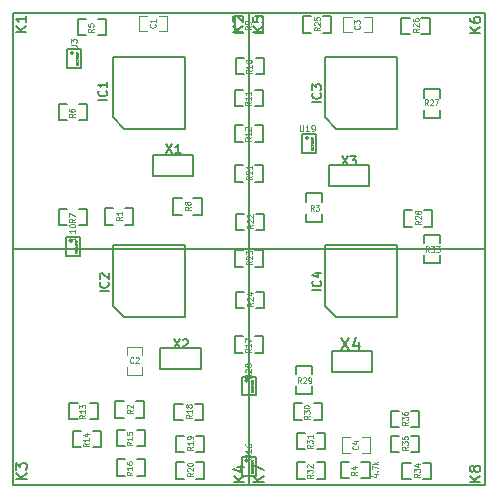
<source format=gto>
G04 (created by PCBNEW (2013-jul-07)-stable) date Tue 29 Nov 2016 11:37:40 AM PST*
%MOIN*%
G04 Gerber Fmt 3.4, Leading zero omitted, Abs format*
%FSLAX34Y34*%
G01*
G70*
G90*
G04 APERTURE LIST*
%ADD10C,0.00590551*%
%ADD11C,0.008*%
%ADD12C,0.0047*%
%ADD13C,0.006*%
%ADD14C,0.005*%
%ADD15C,0.0045*%
%ADD16C,0.004*%
%ADD17C,0.001*%
G04 APERTURE END LIST*
G54D10*
G54D11*
X35266Y-35318D02*
X34916Y-35318D01*
X35266Y-35118D02*
X35066Y-35268D01*
X34916Y-35118D02*
X35116Y-35318D01*
X35066Y-34918D02*
X35050Y-34951D01*
X35033Y-34968D01*
X35000Y-34985D01*
X34983Y-34985D01*
X34950Y-34968D01*
X34933Y-34951D01*
X34916Y-34918D01*
X34916Y-34851D01*
X34933Y-34818D01*
X34950Y-34801D01*
X34983Y-34785D01*
X35000Y-34785D01*
X35033Y-34801D01*
X35050Y-34818D01*
X35066Y-34851D01*
X35066Y-34918D01*
X35083Y-34951D01*
X35100Y-34968D01*
X35133Y-34985D01*
X35200Y-34985D01*
X35233Y-34968D01*
X35250Y-34951D01*
X35266Y-34918D01*
X35266Y-34851D01*
X35250Y-34818D01*
X35233Y-34801D01*
X35200Y-34785D01*
X35133Y-34785D01*
X35100Y-34801D01*
X35083Y-34818D01*
X35066Y-34851D01*
X28046Y-35308D02*
X27696Y-35308D01*
X28046Y-35108D02*
X27846Y-35258D01*
X27696Y-35108D02*
X27896Y-35308D01*
X27696Y-34991D02*
X27696Y-34758D01*
X28046Y-34908D01*
X35276Y-20353D02*
X34926Y-20353D01*
X35276Y-20153D02*
X35076Y-20303D01*
X34926Y-20153D02*
X35126Y-20353D01*
X34926Y-19853D02*
X34926Y-19920D01*
X34943Y-19953D01*
X34960Y-19970D01*
X35010Y-20003D01*
X35076Y-20020D01*
X35210Y-20020D01*
X35243Y-20003D01*
X35260Y-19986D01*
X35276Y-19953D01*
X35276Y-19886D01*
X35260Y-19853D01*
X35243Y-19836D01*
X35210Y-19820D01*
X35126Y-19820D01*
X35093Y-19836D01*
X35076Y-19853D01*
X35060Y-19886D01*
X35060Y-19953D01*
X35076Y-19986D01*
X35093Y-20003D01*
X35126Y-20020D01*
X28041Y-20333D02*
X27691Y-20333D01*
X28041Y-20133D02*
X27841Y-20283D01*
X27691Y-20133D02*
X27891Y-20333D01*
X27691Y-19816D02*
X27691Y-19983D01*
X27858Y-20000D01*
X27841Y-19983D01*
X27825Y-19950D01*
X27825Y-19866D01*
X27841Y-19833D01*
X27858Y-19816D01*
X27891Y-19800D01*
X27975Y-19800D01*
X28008Y-19816D01*
X28025Y-19833D01*
X28041Y-19866D01*
X28041Y-19950D01*
X28025Y-19983D01*
X28008Y-20000D01*
X27406Y-35308D02*
X27056Y-35308D01*
X27406Y-35108D02*
X27206Y-35258D01*
X27056Y-35108D02*
X27256Y-35308D01*
X27173Y-34808D02*
X27406Y-34808D01*
X27040Y-34891D02*
X27290Y-34975D01*
X27290Y-34758D01*
X20146Y-35238D02*
X19796Y-35238D01*
X20146Y-35038D02*
X19946Y-35188D01*
X19796Y-35038D02*
X19996Y-35238D01*
X19796Y-34921D02*
X19796Y-34705D01*
X19930Y-34821D01*
X19930Y-34771D01*
X19946Y-34738D01*
X19963Y-34721D01*
X19996Y-34705D01*
X20080Y-34705D01*
X20113Y-34721D01*
X20130Y-34738D01*
X20146Y-34771D01*
X20146Y-34871D01*
X20130Y-34905D01*
X20113Y-34921D01*
X27371Y-20318D02*
X27021Y-20318D01*
X27371Y-20118D02*
X27171Y-20268D01*
X27021Y-20118D02*
X27221Y-20318D01*
X27055Y-19985D02*
X27038Y-19968D01*
X27021Y-19935D01*
X27021Y-19851D01*
X27038Y-19818D01*
X27055Y-19801D01*
X27088Y-19785D01*
X27121Y-19785D01*
X27171Y-19801D01*
X27371Y-20001D01*
X27371Y-19785D01*
X20141Y-20328D02*
X19791Y-20328D01*
X20141Y-20128D02*
X19941Y-20278D01*
X19791Y-20128D02*
X19991Y-20328D01*
X20141Y-19795D02*
X20141Y-19995D01*
X20141Y-19895D02*
X19791Y-19895D01*
X19841Y-19928D01*
X19875Y-19961D01*
X19891Y-19995D01*
G54D12*
X24173Y-19783D02*
X23898Y-19783D01*
X24567Y-19783D02*
X24842Y-19783D01*
X24173Y-20295D02*
X23898Y-20295D01*
X24842Y-20295D02*
X24567Y-20295D01*
X23898Y-20289D02*
X23898Y-19789D01*
X24842Y-19789D02*
X24842Y-20289D01*
G54D11*
X24370Y-24409D02*
X25708Y-24409D01*
X25708Y-24409D02*
X25708Y-25117D01*
X25708Y-25117D02*
X24370Y-25117D01*
X24370Y-25117D02*
X24370Y-24409D01*
X24606Y-30866D02*
X25944Y-30866D01*
X25944Y-30866D02*
X25944Y-31574D01*
X25944Y-31574D02*
X24606Y-31574D01*
X24606Y-31574D02*
X24606Y-30866D01*
X30236Y-24764D02*
X31574Y-24764D01*
X31574Y-24764D02*
X31574Y-25472D01*
X31574Y-25472D02*
X30236Y-25472D01*
X30236Y-25472D02*
X30236Y-24764D01*
X30315Y-30945D02*
X31653Y-30945D01*
X31653Y-30945D02*
X31653Y-31653D01*
X31653Y-31653D02*
X30315Y-31653D01*
X30315Y-31653D02*
X30315Y-30945D01*
G54D12*
X23484Y-31496D02*
X23484Y-31771D01*
X23484Y-31102D02*
X23484Y-30827D01*
X23996Y-31496D02*
X23996Y-31771D01*
X23996Y-30827D02*
X23996Y-31102D01*
X23990Y-31771D02*
X23490Y-31771D01*
X23490Y-30827D02*
X23990Y-30827D01*
G54D13*
X23012Y-23167D02*
X23012Y-21517D01*
X23012Y-21517D02*
X23012Y-21142D01*
X23012Y-21142D02*
X25412Y-21142D01*
X25412Y-21142D02*
X25412Y-23542D01*
X25412Y-23542D02*
X23387Y-23542D01*
X23387Y-23542D02*
X23012Y-23167D01*
X23012Y-29466D02*
X23012Y-27816D01*
X23012Y-27816D02*
X23012Y-27441D01*
X23012Y-27441D02*
X25412Y-27441D01*
X25412Y-27441D02*
X25412Y-29841D01*
X25412Y-29841D02*
X23387Y-29841D01*
X23387Y-29841D02*
X23012Y-29466D01*
X30099Y-23167D02*
X30099Y-21517D01*
X30099Y-21517D02*
X30099Y-21142D01*
X30099Y-21142D02*
X32499Y-21142D01*
X32499Y-21142D02*
X32499Y-23542D01*
X32499Y-23542D02*
X30474Y-23542D01*
X30474Y-23542D02*
X30099Y-23167D01*
X30099Y-29466D02*
X30099Y-27816D01*
X30099Y-27816D02*
X30099Y-27441D01*
X30099Y-27441D02*
X32499Y-27441D01*
X32499Y-27441D02*
X32499Y-29841D01*
X32499Y-29841D02*
X30474Y-29841D01*
X30474Y-29841D02*
X30099Y-29466D01*
G54D12*
X30984Y-19822D02*
X30709Y-19822D01*
X31378Y-19822D02*
X31653Y-19822D01*
X30984Y-20334D02*
X30709Y-20334D01*
X31653Y-20334D02*
X31378Y-20334D01*
X30709Y-20328D02*
X30709Y-19828D01*
X31653Y-19828D02*
X31653Y-20328D01*
X31319Y-34350D02*
X31594Y-34350D01*
X30925Y-34350D02*
X30650Y-34350D01*
X31319Y-33838D02*
X31594Y-33838D01*
X30650Y-33838D02*
X30925Y-33838D01*
X31594Y-33844D02*
X31594Y-34344D01*
X30650Y-34344D02*
X30650Y-33844D01*
G54D14*
X32558Y-32953D02*
X32280Y-32953D01*
X32280Y-32953D02*
X32280Y-33503D01*
X32280Y-33503D02*
X32558Y-33503D01*
X33230Y-32953D02*
X32952Y-32953D01*
X33230Y-32953D02*
X33230Y-33503D01*
X33230Y-33503D02*
X32952Y-33503D01*
X32558Y-33780D02*
X32280Y-33780D01*
X32280Y-33780D02*
X32280Y-34330D01*
X32280Y-34330D02*
X32558Y-34330D01*
X33230Y-33780D02*
X32952Y-33780D01*
X33230Y-33780D02*
X33230Y-34330D01*
X33230Y-34330D02*
X32952Y-34330D01*
X32952Y-34685D02*
X32674Y-34685D01*
X32674Y-34685D02*
X32674Y-35235D01*
X32674Y-35235D02*
X32952Y-35235D01*
X33624Y-34685D02*
X33346Y-34685D01*
X33624Y-34685D02*
X33624Y-35235D01*
X33624Y-35235D02*
X33346Y-35235D01*
X33936Y-27362D02*
X33936Y-27084D01*
X33936Y-27084D02*
X33386Y-27084D01*
X33386Y-27084D02*
X33386Y-27362D01*
X33936Y-28034D02*
X33936Y-27756D01*
X33936Y-28034D02*
X33386Y-28034D01*
X33386Y-28034D02*
X33386Y-27756D01*
X29822Y-35215D02*
X30100Y-35215D01*
X30100Y-35215D02*
X30100Y-34665D01*
X30100Y-34665D02*
X29822Y-34665D01*
X29150Y-35215D02*
X29428Y-35215D01*
X29150Y-35215D02*
X29150Y-34665D01*
X29150Y-34665D02*
X29428Y-34665D01*
X29822Y-34231D02*
X30100Y-34231D01*
X30100Y-34231D02*
X30100Y-33681D01*
X30100Y-33681D02*
X29822Y-33681D01*
X29150Y-34231D02*
X29428Y-34231D01*
X29150Y-34231D02*
X29150Y-33681D01*
X29150Y-33681D02*
X29428Y-33681D01*
X29724Y-33247D02*
X30002Y-33247D01*
X30002Y-33247D02*
X30002Y-32697D01*
X30002Y-32697D02*
X29724Y-32697D01*
X29052Y-33247D02*
X29330Y-33247D01*
X29052Y-33247D02*
X29052Y-32697D01*
X29052Y-32697D02*
X29330Y-32697D01*
X29664Y-31732D02*
X29664Y-31454D01*
X29664Y-31454D02*
X29114Y-31454D01*
X29114Y-31454D02*
X29114Y-31732D01*
X29664Y-32404D02*
X29664Y-32126D01*
X29664Y-32404D02*
X29114Y-32404D01*
X29114Y-32404D02*
X29114Y-32126D01*
X32991Y-26260D02*
X32713Y-26260D01*
X32713Y-26260D02*
X32713Y-26810D01*
X32713Y-26810D02*
X32991Y-26810D01*
X33663Y-26260D02*
X33385Y-26260D01*
X33663Y-26260D02*
X33663Y-26810D01*
X33663Y-26810D02*
X33385Y-26810D01*
X33386Y-22913D02*
X33386Y-23191D01*
X33386Y-23191D02*
X33936Y-23191D01*
X33936Y-23191D02*
X33936Y-22913D01*
X33386Y-22241D02*
X33386Y-22519D01*
X33386Y-22241D02*
X33936Y-22241D01*
X33936Y-22241D02*
X33936Y-22519D01*
X32913Y-19843D02*
X32635Y-19843D01*
X32635Y-19843D02*
X32635Y-20393D01*
X32635Y-20393D02*
X32913Y-20393D01*
X33585Y-19843D02*
X33307Y-19843D01*
X33585Y-19843D02*
X33585Y-20393D01*
X33585Y-20393D02*
X33307Y-20393D01*
X29625Y-19803D02*
X29347Y-19803D01*
X29347Y-19803D02*
X29347Y-20353D01*
X29347Y-20353D02*
X29625Y-20353D01*
X30297Y-19803D02*
X30019Y-19803D01*
X30297Y-19803D02*
X30297Y-20353D01*
X30297Y-20353D02*
X30019Y-20353D01*
X27401Y-28976D02*
X27123Y-28976D01*
X27123Y-28976D02*
X27123Y-29526D01*
X27123Y-29526D02*
X27401Y-29526D01*
X28073Y-28976D02*
X27795Y-28976D01*
X28073Y-28976D02*
X28073Y-29526D01*
X28073Y-29526D02*
X27795Y-29526D01*
X27362Y-27599D02*
X27084Y-27599D01*
X27084Y-27599D02*
X27084Y-28149D01*
X27084Y-28149D02*
X27362Y-28149D01*
X28034Y-27599D02*
X27756Y-27599D01*
X28034Y-27599D02*
X28034Y-28149D01*
X28034Y-28149D02*
X27756Y-28149D01*
X27401Y-26378D02*
X27123Y-26378D01*
X27123Y-26378D02*
X27123Y-26928D01*
X27123Y-26928D02*
X27401Y-26928D01*
X28073Y-26378D02*
X27795Y-26378D01*
X28073Y-26378D02*
X28073Y-26928D01*
X28073Y-26928D02*
X27795Y-26928D01*
X27362Y-24764D02*
X27084Y-24764D01*
X27084Y-24764D02*
X27084Y-25314D01*
X27084Y-25314D02*
X27362Y-25314D01*
X28034Y-24764D02*
X27756Y-24764D01*
X28034Y-24764D02*
X28034Y-25314D01*
X28034Y-25314D02*
X27756Y-25314D01*
X25393Y-34665D02*
X25115Y-34665D01*
X25115Y-34665D02*
X25115Y-35215D01*
X25115Y-35215D02*
X25393Y-35215D01*
X26065Y-34665D02*
X25787Y-34665D01*
X26065Y-34665D02*
X26065Y-35215D01*
X26065Y-35215D02*
X25787Y-35215D01*
X25393Y-33780D02*
X25115Y-33780D01*
X25115Y-33780D02*
X25115Y-34330D01*
X25115Y-34330D02*
X25393Y-34330D01*
X26065Y-33780D02*
X25787Y-33780D01*
X26065Y-33780D02*
X26065Y-34330D01*
X26065Y-34330D02*
X25787Y-34330D01*
X25354Y-32717D02*
X25076Y-32717D01*
X25076Y-32717D02*
X25076Y-33267D01*
X25076Y-33267D02*
X25354Y-33267D01*
X26026Y-32717D02*
X25748Y-32717D01*
X26026Y-32717D02*
X26026Y-33267D01*
X26026Y-33267D02*
X25748Y-33267D01*
X27756Y-31023D02*
X28034Y-31023D01*
X28034Y-31023D02*
X28034Y-30473D01*
X28034Y-30473D02*
X27756Y-30473D01*
X27084Y-31023D02*
X27362Y-31023D01*
X27084Y-31023D02*
X27084Y-30473D01*
X27084Y-30473D02*
X27362Y-30473D01*
X23819Y-35117D02*
X24097Y-35117D01*
X24097Y-35117D02*
X24097Y-34567D01*
X24097Y-34567D02*
X23819Y-34567D01*
X23147Y-35117D02*
X23425Y-35117D01*
X23147Y-35117D02*
X23147Y-34567D01*
X23147Y-34567D02*
X23425Y-34567D01*
X23819Y-34133D02*
X24097Y-34133D01*
X24097Y-34133D02*
X24097Y-33583D01*
X24097Y-33583D02*
X23819Y-33583D01*
X23147Y-34133D02*
X23425Y-34133D01*
X23147Y-34133D02*
X23147Y-33583D01*
X23147Y-33583D02*
X23425Y-33583D01*
X22362Y-34172D02*
X22640Y-34172D01*
X22640Y-34172D02*
X22640Y-33622D01*
X22640Y-33622D02*
X22362Y-33622D01*
X21690Y-34172D02*
X21968Y-34172D01*
X21690Y-34172D02*
X21690Y-33622D01*
X21690Y-33622D02*
X21968Y-33622D01*
X22244Y-33227D02*
X22522Y-33227D01*
X22522Y-33227D02*
X22522Y-32677D01*
X22522Y-32677D02*
X22244Y-32677D01*
X21572Y-33227D02*
X21850Y-33227D01*
X21572Y-33227D02*
X21572Y-32677D01*
X21572Y-32677D02*
X21850Y-32677D01*
X27756Y-23975D02*
X28034Y-23975D01*
X28034Y-23975D02*
X28034Y-23425D01*
X28034Y-23425D02*
X27756Y-23425D01*
X27084Y-23975D02*
X27362Y-23975D01*
X27084Y-23975D02*
X27084Y-23425D01*
X27084Y-23425D02*
X27362Y-23425D01*
X27756Y-22794D02*
X28034Y-22794D01*
X28034Y-22794D02*
X28034Y-22244D01*
X28034Y-22244D02*
X27756Y-22244D01*
X27084Y-22794D02*
X27362Y-22794D01*
X27084Y-22794D02*
X27084Y-22244D01*
X27084Y-22244D02*
X27362Y-22244D01*
X27795Y-21731D02*
X28073Y-21731D01*
X28073Y-21731D02*
X28073Y-21181D01*
X28073Y-21181D02*
X27795Y-21181D01*
X27123Y-21731D02*
X27401Y-21731D01*
X27123Y-21731D02*
X27123Y-21181D01*
X27123Y-21181D02*
X27401Y-21181D01*
X27756Y-20353D02*
X28034Y-20353D01*
X28034Y-20353D02*
X28034Y-19803D01*
X28034Y-19803D02*
X27756Y-19803D01*
X27084Y-20353D02*
X27362Y-20353D01*
X27084Y-20353D02*
X27084Y-19803D01*
X27084Y-19803D02*
X27362Y-19803D01*
X25314Y-25866D02*
X25036Y-25866D01*
X25036Y-25866D02*
X25036Y-26416D01*
X25036Y-26416D02*
X25314Y-26416D01*
X25986Y-25866D02*
X25708Y-25866D01*
X25986Y-25866D02*
X25986Y-26416D01*
X25986Y-26416D02*
X25708Y-26416D01*
X21889Y-26771D02*
X22167Y-26771D01*
X22167Y-26771D02*
X22167Y-26221D01*
X22167Y-26221D02*
X21889Y-26221D01*
X21217Y-26771D02*
X21495Y-26771D01*
X21217Y-26771D02*
X21217Y-26221D01*
X21217Y-26221D02*
X21495Y-26221D01*
X21889Y-23267D02*
X22167Y-23267D01*
X22167Y-23267D02*
X22167Y-22717D01*
X22167Y-22717D02*
X21889Y-22717D01*
X21217Y-23267D02*
X21495Y-23267D01*
X21217Y-23267D02*
X21217Y-22717D01*
X21217Y-22717D02*
X21495Y-22717D01*
X22519Y-20432D02*
X22797Y-20432D01*
X22797Y-20432D02*
X22797Y-19882D01*
X22797Y-19882D02*
X22519Y-19882D01*
X21847Y-20432D02*
X22125Y-20432D01*
X21847Y-20432D02*
X21847Y-19882D01*
X21847Y-19882D02*
X22125Y-19882D01*
X31299Y-35196D02*
X31577Y-35196D01*
X31577Y-35196D02*
X31577Y-34646D01*
X31577Y-34646D02*
X31299Y-34646D01*
X30627Y-35196D02*
X30905Y-35196D01*
X30627Y-35196D02*
X30627Y-34646D01*
X30627Y-34646D02*
X30905Y-34646D01*
X29999Y-25984D02*
X29999Y-25706D01*
X29999Y-25706D02*
X29449Y-25706D01*
X29449Y-25706D02*
X29449Y-25984D01*
X29999Y-26656D02*
X29999Y-26378D01*
X29999Y-26656D02*
X29449Y-26656D01*
X29449Y-26656D02*
X29449Y-26378D01*
X23385Y-32638D02*
X23107Y-32638D01*
X23107Y-32638D02*
X23107Y-33188D01*
X23107Y-33188D02*
X23385Y-33188D01*
X24057Y-32638D02*
X23779Y-32638D01*
X24057Y-32638D02*
X24057Y-33188D01*
X24057Y-33188D02*
X23779Y-33188D01*
X23031Y-26201D02*
X22753Y-26201D01*
X22753Y-26201D02*
X22753Y-26751D01*
X22753Y-26751D02*
X23031Y-26751D01*
X23703Y-26201D02*
X23425Y-26201D01*
X23703Y-26201D02*
X23703Y-26751D01*
X23703Y-26751D02*
X23425Y-26751D01*
G54D10*
X31496Y-27559D02*
X35433Y-27559D01*
X35433Y-27559D02*
X35433Y-35433D01*
X35433Y-35433D02*
X27559Y-35433D01*
X27559Y-35433D02*
X27559Y-27559D01*
X27559Y-27559D02*
X31692Y-27559D01*
X31496Y-19685D02*
X35433Y-19685D01*
X35433Y-19685D02*
X35433Y-27559D01*
X35433Y-27559D02*
X27559Y-27559D01*
X27559Y-27559D02*
X27559Y-19685D01*
X27559Y-19685D02*
X31692Y-19685D01*
X23622Y-27559D02*
X27559Y-27559D01*
X27559Y-27559D02*
X27559Y-35433D01*
X27559Y-35433D02*
X19685Y-35433D01*
X19685Y-35433D02*
X19685Y-27559D01*
X19685Y-27559D02*
X23818Y-27559D01*
X23622Y-19685D02*
X27559Y-19685D01*
X27559Y-19685D02*
X27559Y-27559D01*
X27559Y-27559D02*
X19685Y-27559D01*
X19685Y-27559D02*
X19685Y-19685D01*
X19685Y-19685D02*
X23818Y-19685D01*
X27535Y-31929D02*
G75*
G03X27535Y-31929I-55J0D01*
G74*
G01*
X27795Y-32440D02*
X27322Y-32440D01*
X27322Y-32440D02*
X27322Y-31811D01*
X27322Y-31811D02*
X27795Y-31811D01*
X27795Y-31811D02*
X27795Y-32440D01*
X29543Y-23858D02*
G75*
G03X29543Y-23858I-55J0D01*
G74*
G01*
X29803Y-24370D02*
X29330Y-24370D01*
X29330Y-24370D02*
X29330Y-23740D01*
X29330Y-23740D02*
X29803Y-23740D01*
X29803Y-23740D02*
X29803Y-24370D01*
X27535Y-34606D02*
G75*
G03X27535Y-34606I-55J0D01*
G74*
G01*
X27795Y-35118D02*
X27322Y-35118D01*
X27322Y-35118D02*
X27322Y-34488D01*
X27322Y-34488D02*
X27795Y-34488D01*
X27795Y-34488D02*
X27795Y-35118D01*
X21669Y-27283D02*
G75*
G03X21669Y-27283I-55J0D01*
G74*
G01*
X21929Y-27795D02*
X21456Y-27795D01*
X21456Y-27795D02*
X21456Y-27165D01*
X21456Y-27165D02*
X21929Y-27165D01*
X21929Y-27165D02*
X21929Y-27795D01*
X21709Y-21023D02*
G75*
G03X21709Y-21023I-55J0D01*
G74*
G01*
X21968Y-21535D02*
X21496Y-21535D01*
X21496Y-21535D02*
X21496Y-20905D01*
X21496Y-20905D02*
X21968Y-20905D01*
X21968Y-20905D02*
X21968Y-21535D01*
G54D15*
X24431Y-20069D02*
X24441Y-20077D01*
X24451Y-20103D01*
X24451Y-20120D01*
X24441Y-20146D01*
X24422Y-20163D01*
X24403Y-20172D01*
X24365Y-20180D01*
X24336Y-20180D01*
X24298Y-20172D01*
X24279Y-20163D01*
X24260Y-20146D01*
X24251Y-20120D01*
X24251Y-20103D01*
X24260Y-20077D01*
X24270Y-20069D01*
X24451Y-19897D02*
X24451Y-20000D01*
X24451Y-19949D02*
X24251Y-19949D01*
X24279Y-19966D01*
X24298Y-19983D01*
X24308Y-20000D01*
G54D13*
X24807Y-24071D02*
X25007Y-24371D01*
X25007Y-24071D02*
X24807Y-24371D01*
X25278Y-24371D02*
X25107Y-24371D01*
X25192Y-24371D02*
X25192Y-24071D01*
X25164Y-24114D01*
X25135Y-24142D01*
X25107Y-24157D01*
X25057Y-30571D02*
X25257Y-30871D01*
X25257Y-30571D02*
X25057Y-30871D01*
X25357Y-30600D02*
X25371Y-30585D01*
X25400Y-30571D01*
X25471Y-30571D01*
X25500Y-30585D01*
X25514Y-30600D01*
X25528Y-30628D01*
X25528Y-30657D01*
X25514Y-30700D01*
X25342Y-30871D01*
X25528Y-30871D01*
X30657Y-24471D02*
X30857Y-24771D01*
X30857Y-24471D02*
X30657Y-24771D01*
X30942Y-24471D02*
X31128Y-24471D01*
X31028Y-24585D01*
X31071Y-24585D01*
X31100Y-24600D01*
X31114Y-24614D01*
X31128Y-24642D01*
X31128Y-24714D01*
X31114Y-24742D01*
X31100Y-24757D01*
X31071Y-24771D01*
X30985Y-24771D01*
X30957Y-24757D01*
X30942Y-24742D01*
G54D11*
X30626Y-30511D02*
X30892Y-30911D01*
X30892Y-30511D02*
X30626Y-30911D01*
X31216Y-30645D02*
X31216Y-30911D01*
X31121Y-30492D02*
X31026Y-30778D01*
X31273Y-30778D01*
G54D15*
X23710Y-31341D02*
X23701Y-31350D01*
X23675Y-31360D01*
X23658Y-31360D01*
X23633Y-31350D01*
X23615Y-31331D01*
X23607Y-31312D01*
X23598Y-31274D01*
X23598Y-31246D01*
X23607Y-31208D01*
X23615Y-31189D01*
X23633Y-31170D01*
X23658Y-31160D01*
X23675Y-31160D01*
X23701Y-31170D01*
X23710Y-31179D01*
X23778Y-31179D02*
X23787Y-31170D01*
X23804Y-31160D01*
X23847Y-31160D01*
X23864Y-31170D01*
X23873Y-31179D01*
X23881Y-31198D01*
X23881Y-31217D01*
X23873Y-31246D01*
X23770Y-31360D01*
X23881Y-31360D01*
G54D13*
X22837Y-22596D02*
X22537Y-22596D01*
X22809Y-22281D02*
X22823Y-22296D01*
X22837Y-22338D01*
X22837Y-22367D01*
X22823Y-22410D01*
X22795Y-22438D01*
X22766Y-22453D01*
X22709Y-22467D01*
X22666Y-22467D01*
X22609Y-22453D01*
X22580Y-22438D01*
X22552Y-22410D01*
X22537Y-22367D01*
X22537Y-22338D01*
X22552Y-22296D01*
X22566Y-22281D01*
X22837Y-21996D02*
X22837Y-22167D01*
X22837Y-22081D02*
X22537Y-22081D01*
X22580Y-22110D01*
X22609Y-22138D01*
X22623Y-22167D01*
X22877Y-28973D02*
X22577Y-28973D01*
X22848Y-28659D02*
X22863Y-28673D01*
X22877Y-28716D01*
X22877Y-28745D01*
X22863Y-28788D01*
X22834Y-28816D01*
X22805Y-28831D01*
X22748Y-28845D01*
X22705Y-28845D01*
X22648Y-28831D01*
X22620Y-28816D01*
X22591Y-28788D01*
X22577Y-28745D01*
X22577Y-28716D01*
X22591Y-28673D01*
X22605Y-28659D01*
X22605Y-28545D02*
X22591Y-28531D01*
X22577Y-28502D01*
X22577Y-28431D01*
X22591Y-28402D01*
X22605Y-28388D01*
X22634Y-28373D01*
X22663Y-28373D01*
X22705Y-28388D01*
X22877Y-28559D01*
X22877Y-28373D01*
X29963Y-22674D02*
X29663Y-22674D01*
X29935Y-22360D02*
X29949Y-22374D01*
X29963Y-22417D01*
X29963Y-22446D01*
X29949Y-22489D01*
X29921Y-22517D01*
X29892Y-22531D01*
X29835Y-22546D01*
X29792Y-22546D01*
X29735Y-22531D01*
X29706Y-22517D01*
X29678Y-22489D01*
X29663Y-22446D01*
X29663Y-22417D01*
X29678Y-22374D01*
X29692Y-22360D01*
X29663Y-22260D02*
X29663Y-22074D01*
X29778Y-22174D01*
X29778Y-22131D01*
X29792Y-22103D01*
X29806Y-22089D01*
X29835Y-22074D01*
X29906Y-22074D01*
X29935Y-22089D01*
X29949Y-22103D01*
X29963Y-22131D01*
X29963Y-22217D01*
X29949Y-22246D01*
X29935Y-22260D01*
X29963Y-28934D02*
X29663Y-28934D01*
X29935Y-28620D02*
X29949Y-28634D01*
X29963Y-28677D01*
X29963Y-28706D01*
X29949Y-28748D01*
X29921Y-28777D01*
X29892Y-28791D01*
X29835Y-28806D01*
X29792Y-28806D01*
X29735Y-28791D01*
X29706Y-28777D01*
X29678Y-28748D01*
X29663Y-28706D01*
X29663Y-28677D01*
X29678Y-28634D01*
X29692Y-28620D01*
X29763Y-28363D02*
X29963Y-28363D01*
X29649Y-28434D02*
X29863Y-28506D01*
X29863Y-28320D01*
G54D15*
X31243Y-20108D02*
X31252Y-20117D01*
X31262Y-20143D01*
X31262Y-20160D01*
X31252Y-20185D01*
X31233Y-20203D01*
X31214Y-20211D01*
X31176Y-20220D01*
X31147Y-20220D01*
X31109Y-20211D01*
X31090Y-20203D01*
X31071Y-20185D01*
X31062Y-20160D01*
X31062Y-20143D01*
X31071Y-20117D01*
X31081Y-20108D01*
X31062Y-20048D02*
X31062Y-19937D01*
X31138Y-19997D01*
X31138Y-19971D01*
X31147Y-19954D01*
X31157Y-19945D01*
X31176Y-19937D01*
X31223Y-19937D01*
X31243Y-19945D01*
X31252Y-19954D01*
X31262Y-19971D01*
X31262Y-20023D01*
X31252Y-20040D01*
X31243Y-20048D01*
X31183Y-34124D02*
X31193Y-34133D01*
X31202Y-34158D01*
X31202Y-34175D01*
X31193Y-34201D01*
X31174Y-34218D01*
X31155Y-34227D01*
X31117Y-34235D01*
X31088Y-34235D01*
X31050Y-34227D01*
X31031Y-34218D01*
X31012Y-34201D01*
X31002Y-34175D01*
X31002Y-34158D01*
X31012Y-34133D01*
X31022Y-34124D01*
X31069Y-33970D02*
X31202Y-33970D01*
X30993Y-34013D02*
X31136Y-34055D01*
X31136Y-33944D01*
X32860Y-33319D02*
X32766Y-33379D01*
X32860Y-33421D02*
X32663Y-33421D01*
X32663Y-33353D01*
X32673Y-33336D01*
X32682Y-33327D01*
X32701Y-33319D01*
X32729Y-33319D01*
X32748Y-33327D01*
X32757Y-33336D01*
X32766Y-33353D01*
X32766Y-33421D01*
X32663Y-33259D02*
X32663Y-33147D01*
X32738Y-33207D01*
X32738Y-33181D01*
X32748Y-33164D01*
X32757Y-33156D01*
X32776Y-33147D01*
X32823Y-33147D01*
X32841Y-33156D01*
X32851Y-33164D01*
X32860Y-33181D01*
X32860Y-33233D01*
X32851Y-33250D01*
X32841Y-33259D01*
X32663Y-32993D02*
X32663Y-33027D01*
X32673Y-33044D01*
X32682Y-33053D01*
X32710Y-33070D01*
X32748Y-33079D01*
X32823Y-33079D01*
X32841Y-33070D01*
X32851Y-33061D01*
X32860Y-33044D01*
X32860Y-33010D01*
X32851Y-32993D01*
X32841Y-32984D01*
X32823Y-32976D01*
X32776Y-32976D01*
X32757Y-32984D01*
X32748Y-32993D01*
X32738Y-33010D01*
X32738Y-33044D01*
X32748Y-33061D01*
X32757Y-33070D01*
X32776Y-33079D01*
X32860Y-34145D02*
X32766Y-34205D01*
X32860Y-34248D02*
X32663Y-34248D01*
X32663Y-34180D01*
X32673Y-34162D01*
X32682Y-34154D01*
X32701Y-34145D01*
X32729Y-34145D01*
X32748Y-34154D01*
X32757Y-34162D01*
X32766Y-34180D01*
X32766Y-34248D01*
X32663Y-34085D02*
X32663Y-33974D01*
X32738Y-34034D01*
X32738Y-34008D01*
X32748Y-33991D01*
X32757Y-33982D01*
X32776Y-33974D01*
X32823Y-33974D01*
X32841Y-33982D01*
X32851Y-33991D01*
X32860Y-34008D01*
X32860Y-34060D01*
X32851Y-34077D01*
X32841Y-34085D01*
X32663Y-33811D02*
X32663Y-33897D01*
X32757Y-33905D01*
X32748Y-33897D01*
X32738Y-33880D01*
X32738Y-33837D01*
X32748Y-33820D01*
X32757Y-33811D01*
X32776Y-33802D01*
X32823Y-33802D01*
X32841Y-33811D01*
X32851Y-33820D01*
X32860Y-33837D01*
X32860Y-33880D01*
X32851Y-33897D01*
X32841Y-33905D01*
X33254Y-35051D02*
X33160Y-35111D01*
X33254Y-35154D02*
X33057Y-35154D01*
X33057Y-35085D01*
X33066Y-35068D01*
X33076Y-35059D01*
X33094Y-35051D01*
X33123Y-35051D01*
X33141Y-35059D01*
X33151Y-35068D01*
X33160Y-35085D01*
X33160Y-35154D01*
X33057Y-34991D02*
X33057Y-34879D01*
X33132Y-34939D01*
X33132Y-34914D01*
X33141Y-34897D01*
X33151Y-34888D01*
X33169Y-34879D01*
X33216Y-34879D01*
X33235Y-34888D01*
X33244Y-34897D01*
X33254Y-34914D01*
X33254Y-34965D01*
X33244Y-34982D01*
X33235Y-34991D01*
X33123Y-34725D02*
X33254Y-34725D01*
X33047Y-34768D02*
X33188Y-34811D01*
X33188Y-34699D01*
X33570Y-27663D02*
X33510Y-27569D01*
X33467Y-27663D02*
X33467Y-27466D01*
X33536Y-27466D01*
X33553Y-27476D01*
X33562Y-27485D01*
X33570Y-27504D01*
X33570Y-27532D01*
X33562Y-27551D01*
X33553Y-27560D01*
X33536Y-27569D01*
X33467Y-27569D01*
X33630Y-27466D02*
X33742Y-27466D01*
X33682Y-27541D01*
X33707Y-27541D01*
X33724Y-27551D01*
X33733Y-27560D01*
X33742Y-27579D01*
X33742Y-27626D01*
X33733Y-27645D01*
X33724Y-27654D01*
X33707Y-27663D01*
X33656Y-27663D01*
X33639Y-27654D01*
X33630Y-27645D01*
X33802Y-27466D02*
X33913Y-27466D01*
X33853Y-27541D01*
X33879Y-27541D01*
X33896Y-27551D01*
X33904Y-27560D01*
X33913Y-27579D01*
X33913Y-27626D01*
X33904Y-27645D01*
X33896Y-27654D01*
X33879Y-27663D01*
X33827Y-27663D01*
X33810Y-27654D01*
X33802Y-27645D01*
X29680Y-35081D02*
X29586Y-35141D01*
X29680Y-35184D02*
X29483Y-35184D01*
X29483Y-35115D01*
X29493Y-35098D01*
X29502Y-35090D01*
X29521Y-35081D01*
X29549Y-35081D01*
X29568Y-35090D01*
X29577Y-35098D01*
X29586Y-35115D01*
X29586Y-35184D01*
X29483Y-35021D02*
X29483Y-34910D01*
X29558Y-34970D01*
X29558Y-34944D01*
X29568Y-34927D01*
X29577Y-34918D01*
X29596Y-34910D01*
X29643Y-34910D01*
X29661Y-34918D01*
X29671Y-34927D01*
X29680Y-34944D01*
X29680Y-34995D01*
X29671Y-35013D01*
X29661Y-35021D01*
X29502Y-34841D02*
X29493Y-34833D01*
X29483Y-34815D01*
X29483Y-34773D01*
X29493Y-34755D01*
X29502Y-34747D01*
X29521Y-34738D01*
X29540Y-34738D01*
X29568Y-34747D01*
X29680Y-34850D01*
X29680Y-34738D01*
X29680Y-34097D02*
X29586Y-34157D01*
X29680Y-34200D02*
X29483Y-34200D01*
X29483Y-34131D01*
X29493Y-34114D01*
X29502Y-34105D01*
X29521Y-34097D01*
X29549Y-34097D01*
X29568Y-34105D01*
X29577Y-34114D01*
X29586Y-34131D01*
X29586Y-34200D01*
X29483Y-34037D02*
X29483Y-33925D01*
X29558Y-33985D01*
X29558Y-33960D01*
X29568Y-33943D01*
X29577Y-33934D01*
X29596Y-33925D01*
X29643Y-33925D01*
X29661Y-33934D01*
X29671Y-33943D01*
X29680Y-33960D01*
X29680Y-34011D01*
X29671Y-34028D01*
X29661Y-34037D01*
X29680Y-33754D02*
X29680Y-33857D01*
X29680Y-33805D02*
X29483Y-33805D01*
X29511Y-33823D01*
X29530Y-33840D01*
X29540Y-33857D01*
X29582Y-33113D02*
X29488Y-33173D01*
X29582Y-33216D02*
X29385Y-33216D01*
X29385Y-33147D01*
X29394Y-33130D01*
X29404Y-33121D01*
X29422Y-33113D01*
X29450Y-33113D01*
X29469Y-33121D01*
X29479Y-33130D01*
X29488Y-33147D01*
X29488Y-33216D01*
X29385Y-33053D02*
X29385Y-32941D01*
X29460Y-33001D01*
X29460Y-32976D01*
X29469Y-32958D01*
X29479Y-32950D01*
X29497Y-32941D01*
X29544Y-32941D01*
X29563Y-32950D01*
X29572Y-32958D01*
X29582Y-32976D01*
X29582Y-33027D01*
X29572Y-33044D01*
X29563Y-33053D01*
X29385Y-32830D02*
X29385Y-32813D01*
X29394Y-32796D01*
X29404Y-32787D01*
X29422Y-32778D01*
X29460Y-32770D01*
X29507Y-32770D01*
X29544Y-32778D01*
X29563Y-32787D01*
X29572Y-32796D01*
X29582Y-32813D01*
X29582Y-32830D01*
X29572Y-32847D01*
X29563Y-32856D01*
X29544Y-32864D01*
X29507Y-32873D01*
X29460Y-32873D01*
X29422Y-32864D01*
X29404Y-32856D01*
X29394Y-32847D01*
X29385Y-32830D01*
X29299Y-32033D02*
X29239Y-31940D01*
X29196Y-32033D02*
X29196Y-31836D01*
X29264Y-31836D01*
X29281Y-31846D01*
X29290Y-31855D01*
X29299Y-31874D01*
X29299Y-31902D01*
X29290Y-31921D01*
X29281Y-31930D01*
X29264Y-31940D01*
X29196Y-31940D01*
X29367Y-31855D02*
X29376Y-31846D01*
X29393Y-31836D01*
X29436Y-31836D01*
X29453Y-31846D01*
X29461Y-31855D01*
X29470Y-31874D01*
X29470Y-31893D01*
X29461Y-31921D01*
X29359Y-32033D01*
X29470Y-32033D01*
X29556Y-32033D02*
X29590Y-32033D01*
X29607Y-32024D01*
X29616Y-32015D01*
X29633Y-31986D01*
X29641Y-31949D01*
X29641Y-31874D01*
X29633Y-31855D01*
X29624Y-31846D01*
X29607Y-31836D01*
X29573Y-31836D01*
X29556Y-31846D01*
X29547Y-31855D01*
X29539Y-31874D01*
X29539Y-31921D01*
X29547Y-31940D01*
X29556Y-31949D01*
X29573Y-31958D01*
X29607Y-31958D01*
X29624Y-31949D01*
X29633Y-31940D01*
X29641Y-31921D01*
X33293Y-26626D02*
X33199Y-26686D01*
X33293Y-26729D02*
X33096Y-26729D01*
X33096Y-26660D01*
X33106Y-26643D01*
X33115Y-26634D01*
X33134Y-26626D01*
X33162Y-26626D01*
X33181Y-26634D01*
X33190Y-26643D01*
X33199Y-26660D01*
X33199Y-26729D01*
X33115Y-26557D02*
X33106Y-26549D01*
X33096Y-26531D01*
X33096Y-26489D01*
X33106Y-26471D01*
X33115Y-26463D01*
X33134Y-26454D01*
X33153Y-26454D01*
X33181Y-26463D01*
X33293Y-26566D01*
X33293Y-26454D01*
X33181Y-26351D02*
X33171Y-26369D01*
X33162Y-26377D01*
X33143Y-26386D01*
X33134Y-26386D01*
X33115Y-26377D01*
X33106Y-26369D01*
X33096Y-26351D01*
X33096Y-26317D01*
X33106Y-26300D01*
X33115Y-26291D01*
X33134Y-26283D01*
X33143Y-26283D01*
X33162Y-26291D01*
X33171Y-26300D01*
X33181Y-26317D01*
X33181Y-26351D01*
X33190Y-26369D01*
X33199Y-26377D01*
X33218Y-26386D01*
X33256Y-26386D01*
X33274Y-26377D01*
X33284Y-26369D01*
X33293Y-26351D01*
X33293Y-26317D01*
X33284Y-26300D01*
X33274Y-26291D01*
X33256Y-26283D01*
X33218Y-26283D01*
X33199Y-26291D01*
X33190Y-26300D01*
X33181Y-26317D01*
X33520Y-22771D02*
X33460Y-22677D01*
X33417Y-22771D02*
X33417Y-22574D01*
X33486Y-22574D01*
X33503Y-22583D01*
X33512Y-22593D01*
X33520Y-22611D01*
X33520Y-22639D01*
X33512Y-22658D01*
X33503Y-22668D01*
X33486Y-22677D01*
X33417Y-22677D01*
X33589Y-22593D02*
X33597Y-22583D01*
X33614Y-22574D01*
X33657Y-22574D01*
X33674Y-22583D01*
X33683Y-22593D01*
X33692Y-22611D01*
X33692Y-22630D01*
X33683Y-22658D01*
X33580Y-22771D01*
X33692Y-22771D01*
X33752Y-22574D02*
X33872Y-22574D01*
X33794Y-22771D01*
X33214Y-20208D02*
X33121Y-20268D01*
X33214Y-20311D02*
X33017Y-20311D01*
X33017Y-20243D01*
X33027Y-20225D01*
X33036Y-20217D01*
X33055Y-20208D01*
X33083Y-20208D01*
X33102Y-20217D01*
X33111Y-20225D01*
X33121Y-20243D01*
X33121Y-20311D01*
X33036Y-20140D02*
X33027Y-20131D01*
X33017Y-20114D01*
X33017Y-20071D01*
X33027Y-20054D01*
X33036Y-20045D01*
X33055Y-20037D01*
X33074Y-20037D01*
X33102Y-20045D01*
X33214Y-20148D01*
X33214Y-20037D01*
X33017Y-19883D02*
X33017Y-19917D01*
X33027Y-19934D01*
X33036Y-19943D01*
X33064Y-19960D01*
X33102Y-19968D01*
X33177Y-19968D01*
X33196Y-19960D01*
X33205Y-19951D01*
X33214Y-19934D01*
X33214Y-19900D01*
X33205Y-19883D01*
X33196Y-19874D01*
X33177Y-19865D01*
X33130Y-19865D01*
X33111Y-19874D01*
X33102Y-19883D01*
X33093Y-19900D01*
X33093Y-19934D01*
X33102Y-19951D01*
X33111Y-19960D01*
X33130Y-19968D01*
X29927Y-20169D02*
X29833Y-20229D01*
X29927Y-20272D02*
X29730Y-20272D01*
X29730Y-20203D01*
X29739Y-20186D01*
X29749Y-20178D01*
X29768Y-20169D01*
X29796Y-20169D01*
X29815Y-20178D01*
X29824Y-20186D01*
X29833Y-20203D01*
X29833Y-20272D01*
X29749Y-20100D02*
X29739Y-20092D01*
X29730Y-20075D01*
X29730Y-20032D01*
X29739Y-20015D01*
X29749Y-20006D01*
X29768Y-19998D01*
X29786Y-19998D01*
X29815Y-20006D01*
X29927Y-20109D01*
X29927Y-19998D01*
X29730Y-19835D02*
X29730Y-19920D01*
X29824Y-19929D01*
X29815Y-19920D01*
X29805Y-19903D01*
X29805Y-19860D01*
X29815Y-19843D01*
X29824Y-19835D01*
X29843Y-19826D01*
X29890Y-19826D01*
X29908Y-19835D01*
X29918Y-19843D01*
X29927Y-19860D01*
X29927Y-19903D01*
X29918Y-19920D01*
X29908Y-19929D01*
X27703Y-29342D02*
X27609Y-29402D01*
X27703Y-29445D02*
X27506Y-29445D01*
X27506Y-29376D01*
X27515Y-29359D01*
X27524Y-29351D01*
X27543Y-29342D01*
X27571Y-29342D01*
X27590Y-29351D01*
X27599Y-29359D01*
X27609Y-29376D01*
X27609Y-29445D01*
X27524Y-29274D02*
X27515Y-29265D01*
X27506Y-29248D01*
X27506Y-29205D01*
X27515Y-29188D01*
X27524Y-29179D01*
X27543Y-29171D01*
X27562Y-29171D01*
X27590Y-29179D01*
X27703Y-29282D01*
X27703Y-29171D01*
X27571Y-29016D02*
X27703Y-29016D01*
X27496Y-29059D02*
X27637Y-29102D01*
X27637Y-28991D01*
X27663Y-27964D02*
X27569Y-28024D01*
X27663Y-28067D02*
X27466Y-28067D01*
X27466Y-27999D01*
X27476Y-27981D01*
X27485Y-27973D01*
X27504Y-27964D01*
X27532Y-27964D01*
X27551Y-27973D01*
X27560Y-27981D01*
X27569Y-27999D01*
X27569Y-28067D01*
X27485Y-27896D02*
X27476Y-27887D01*
X27466Y-27870D01*
X27466Y-27827D01*
X27476Y-27810D01*
X27485Y-27801D01*
X27504Y-27793D01*
X27523Y-27793D01*
X27551Y-27801D01*
X27663Y-27904D01*
X27663Y-27793D01*
X27466Y-27733D02*
X27466Y-27621D01*
X27541Y-27681D01*
X27541Y-27656D01*
X27551Y-27639D01*
X27560Y-27630D01*
X27579Y-27621D01*
X27626Y-27621D01*
X27645Y-27630D01*
X27654Y-27639D01*
X27663Y-27656D01*
X27663Y-27707D01*
X27654Y-27724D01*
X27645Y-27733D01*
X27703Y-26744D02*
X27609Y-26804D01*
X27703Y-26847D02*
X27506Y-26847D01*
X27506Y-26778D01*
X27515Y-26761D01*
X27524Y-26752D01*
X27543Y-26744D01*
X27571Y-26744D01*
X27590Y-26752D01*
X27599Y-26761D01*
X27609Y-26778D01*
X27609Y-26847D01*
X27524Y-26675D02*
X27515Y-26667D01*
X27506Y-26649D01*
X27506Y-26607D01*
X27515Y-26589D01*
X27524Y-26581D01*
X27543Y-26572D01*
X27562Y-26572D01*
X27590Y-26581D01*
X27703Y-26684D01*
X27703Y-26572D01*
X27524Y-26504D02*
X27515Y-26495D01*
X27506Y-26478D01*
X27506Y-26435D01*
X27515Y-26418D01*
X27524Y-26409D01*
X27543Y-26401D01*
X27562Y-26401D01*
X27590Y-26409D01*
X27703Y-26512D01*
X27703Y-26401D01*
X27663Y-25130D02*
X27569Y-25190D01*
X27663Y-25232D02*
X27466Y-25232D01*
X27466Y-25164D01*
X27476Y-25147D01*
X27485Y-25138D01*
X27504Y-25130D01*
X27532Y-25130D01*
X27551Y-25138D01*
X27560Y-25147D01*
X27569Y-25164D01*
X27569Y-25232D01*
X27485Y-25061D02*
X27476Y-25052D01*
X27466Y-25035D01*
X27466Y-24992D01*
X27476Y-24975D01*
X27485Y-24967D01*
X27504Y-24958D01*
X27523Y-24958D01*
X27551Y-24967D01*
X27663Y-25070D01*
X27663Y-24958D01*
X27663Y-24787D02*
X27663Y-24890D01*
X27663Y-24838D02*
X27466Y-24838D01*
X27494Y-24855D01*
X27513Y-24872D01*
X27523Y-24890D01*
X25695Y-35031D02*
X25601Y-35091D01*
X25695Y-35134D02*
X25498Y-35134D01*
X25498Y-35065D01*
X25507Y-35048D01*
X25517Y-35040D01*
X25535Y-35031D01*
X25563Y-35031D01*
X25582Y-35040D01*
X25592Y-35048D01*
X25601Y-35065D01*
X25601Y-35134D01*
X25517Y-34963D02*
X25507Y-34954D01*
X25498Y-34937D01*
X25498Y-34894D01*
X25507Y-34877D01*
X25517Y-34868D01*
X25535Y-34860D01*
X25554Y-34860D01*
X25582Y-34868D01*
X25695Y-34971D01*
X25695Y-34860D01*
X25498Y-34748D02*
X25498Y-34731D01*
X25507Y-34714D01*
X25517Y-34705D01*
X25535Y-34697D01*
X25573Y-34688D01*
X25620Y-34688D01*
X25657Y-34697D01*
X25676Y-34705D01*
X25685Y-34714D01*
X25695Y-34731D01*
X25695Y-34748D01*
X25685Y-34765D01*
X25676Y-34774D01*
X25657Y-34783D01*
X25620Y-34791D01*
X25573Y-34791D01*
X25535Y-34783D01*
X25517Y-34774D01*
X25507Y-34765D01*
X25498Y-34748D01*
X25695Y-34145D02*
X25601Y-34205D01*
X25695Y-34248D02*
X25498Y-34248D01*
X25498Y-34180D01*
X25507Y-34162D01*
X25517Y-34154D01*
X25535Y-34145D01*
X25563Y-34145D01*
X25582Y-34154D01*
X25592Y-34162D01*
X25601Y-34180D01*
X25601Y-34248D01*
X25695Y-33974D02*
X25695Y-34077D01*
X25695Y-34025D02*
X25498Y-34025D01*
X25526Y-34042D01*
X25545Y-34060D01*
X25554Y-34077D01*
X25695Y-33888D02*
X25695Y-33854D01*
X25685Y-33837D01*
X25676Y-33828D01*
X25648Y-33811D01*
X25610Y-33802D01*
X25535Y-33802D01*
X25517Y-33811D01*
X25507Y-33820D01*
X25498Y-33837D01*
X25498Y-33871D01*
X25507Y-33888D01*
X25517Y-33897D01*
X25535Y-33905D01*
X25582Y-33905D01*
X25601Y-33897D01*
X25610Y-33888D01*
X25620Y-33871D01*
X25620Y-33837D01*
X25610Y-33820D01*
X25601Y-33811D01*
X25582Y-33802D01*
X25655Y-33082D02*
X25562Y-33142D01*
X25655Y-33185D02*
X25458Y-33185D01*
X25458Y-33117D01*
X25468Y-33099D01*
X25477Y-33091D01*
X25496Y-33082D01*
X25524Y-33082D01*
X25543Y-33091D01*
X25552Y-33099D01*
X25562Y-33117D01*
X25562Y-33185D01*
X25655Y-32911D02*
X25655Y-33014D01*
X25655Y-32962D02*
X25458Y-32962D01*
X25487Y-32979D01*
X25505Y-32997D01*
X25515Y-33014D01*
X25543Y-32808D02*
X25533Y-32825D01*
X25524Y-32834D01*
X25505Y-32842D01*
X25496Y-32842D01*
X25477Y-32834D01*
X25468Y-32825D01*
X25458Y-32808D01*
X25458Y-32774D01*
X25468Y-32757D01*
X25477Y-32748D01*
X25496Y-32739D01*
X25505Y-32739D01*
X25524Y-32748D01*
X25533Y-32757D01*
X25543Y-32774D01*
X25543Y-32808D01*
X25552Y-32825D01*
X25562Y-32834D01*
X25580Y-32842D01*
X25618Y-32842D01*
X25637Y-32834D01*
X25646Y-32825D01*
X25655Y-32808D01*
X25655Y-32774D01*
X25646Y-32757D01*
X25637Y-32748D01*
X25618Y-32739D01*
X25580Y-32739D01*
X25562Y-32748D01*
X25552Y-32757D01*
X25543Y-32774D01*
X27613Y-30888D02*
X27519Y-30948D01*
X27613Y-30991D02*
X27416Y-30991D01*
X27416Y-30923D01*
X27426Y-30905D01*
X27435Y-30897D01*
X27454Y-30888D01*
X27482Y-30888D01*
X27501Y-30897D01*
X27510Y-30905D01*
X27519Y-30923D01*
X27519Y-30991D01*
X27613Y-30717D02*
X27613Y-30820D01*
X27613Y-30768D02*
X27416Y-30768D01*
X27444Y-30785D01*
X27463Y-30803D01*
X27473Y-30820D01*
X27416Y-30657D02*
X27416Y-30537D01*
X27613Y-30614D01*
X23676Y-34983D02*
X23582Y-35043D01*
X23676Y-35086D02*
X23479Y-35086D01*
X23479Y-35017D01*
X23489Y-35000D01*
X23498Y-34991D01*
X23517Y-34983D01*
X23545Y-34983D01*
X23564Y-34991D01*
X23573Y-35000D01*
X23582Y-35017D01*
X23582Y-35086D01*
X23676Y-34811D02*
X23676Y-34914D01*
X23676Y-34863D02*
X23479Y-34863D01*
X23507Y-34880D01*
X23526Y-34897D01*
X23536Y-34914D01*
X23479Y-34657D02*
X23479Y-34691D01*
X23489Y-34708D01*
X23498Y-34717D01*
X23526Y-34734D01*
X23564Y-34743D01*
X23639Y-34743D01*
X23658Y-34734D01*
X23667Y-34726D01*
X23676Y-34708D01*
X23676Y-34674D01*
X23667Y-34657D01*
X23658Y-34648D01*
X23639Y-34640D01*
X23592Y-34640D01*
X23573Y-34648D01*
X23564Y-34657D01*
X23554Y-34674D01*
X23554Y-34708D01*
X23564Y-34726D01*
X23573Y-34734D01*
X23592Y-34743D01*
X23676Y-33998D02*
X23582Y-34058D01*
X23676Y-34101D02*
X23479Y-34101D01*
X23479Y-34033D01*
X23489Y-34016D01*
X23498Y-34007D01*
X23517Y-33998D01*
X23545Y-33998D01*
X23564Y-34007D01*
X23573Y-34016D01*
X23582Y-34033D01*
X23582Y-34101D01*
X23676Y-33827D02*
X23676Y-33930D01*
X23676Y-33878D02*
X23479Y-33878D01*
X23507Y-33896D01*
X23526Y-33913D01*
X23536Y-33930D01*
X23479Y-33664D02*
X23479Y-33750D01*
X23573Y-33758D01*
X23564Y-33750D01*
X23554Y-33733D01*
X23554Y-33690D01*
X23564Y-33673D01*
X23573Y-33664D01*
X23592Y-33656D01*
X23639Y-33656D01*
X23658Y-33664D01*
X23667Y-33673D01*
X23676Y-33690D01*
X23676Y-33733D01*
X23667Y-33750D01*
X23658Y-33758D01*
X22220Y-34038D02*
X22126Y-34098D01*
X22220Y-34141D02*
X22023Y-34141D01*
X22023Y-34072D01*
X22032Y-34055D01*
X22041Y-34046D01*
X22060Y-34038D01*
X22088Y-34038D01*
X22107Y-34046D01*
X22116Y-34055D01*
X22126Y-34072D01*
X22126Y-34141D01*
X22220Y-33866D02*
X22220Y-33969D01*
X22220Y-33918D02*
X22023Y-33918D01*
X22051Y-33935D01*
X22069Y-33952D01*
X22079Y-33969D01*
X22088Y-33712D02*
X22220Y-33712D01*
X22013Y-33755D02*
X22154Y-33798D01*
X22154Y-33686D01*
X22101Y-33093D02*
X22008Y-33153D01*
X22101Y-33196D02*
X21904Y-33196D01*
X21904Y-33127D01*
X21914Y-33110D01*
X21923Y-33102D01*
X21942Y-33093D01*
X21970Y-33093D01*
X21989Y-33102D01*
X21998Y-33110D01*
X22008Y-33127D01*
X22008Y-33196D01*
X22101Y-32922D02*
X22101Y-33024D01*
X22101Y-32973D02*
X21904Y-32973D01*
X21933Y-32990D01*
X21951Y-33007D01*
X21961Y-33024D01*
X21904Y-32862D02*
X21904Y-32750D01*
X21980Y-32810D01*
X21980Y-32784D01*
X21989Y-32767D01*
X21998Y-32759D01*
X22017Y-32750D01*
X22064Y-32750D01*
X22083Y-32759D01*
X22092Y-32767D01*
X22101Y-32784D01*
X22101Y-32836D01*
X22092Y-32853D01*
X22083Y-32862D01*
X27613Y-23841D02*
X27519Y-23901D01*
X27613Y-23944D02*
X27416Y-23944D01*
X27416Y-23875D01*
X27426Y-23858D01*
X27435Y-23850D01*
X27454Y-23841D01*
X27482Y-23841D01*
X27501Y-23850D01*
X27510Y-23858D01*
X27519Y-23875D01*
X27519Y-23944D01*
X27613Y-23670D02*
X27613Y-23772D01*
X27613Y-23721D02*
X27416Y-23721D01*
X27444Y-23738D01*
X27463Y-23755D01*
X27473Y-23772D01*
X27435Y-23601D02*
X27426Y-23592D01*
X27416Y-23575D01*
X27416Y-23532D01*
X27426Y-23515D01*
X27435Y-23507D01*
X27454Y-23498D01*
X27473Y-23498D01*
X27501Y-23507D01*
X27613Y-23610D01*
X27613Y-23498D01*
X27613Y-22660D02*
X27519Y-22720D01*
X27613Y-22763D02*
X27416Y-22763D01*
X27416Y-22694D01*
X27426Y-22677D01*
X27435Y-22668D01*
X27454Y-22660D01*
X27482Y-22660D01*
X27501Y-22668D01*
X27510Y-22677D01*
X27519Y-22694D01*
X27519Y-22763D01*
X27613Y-22488D02*
X27613Y-22591D01*
X27613Y-22540D02*
X27416Y-22540D01*
X27444Y-22557D01*
X27463Y-22574D01*
X27473Y-22591D01*
X27613Y-22317D02*
X27613Y-22420D01*
X27613Y-22368D02*
X27416Y-22368D01*
X27444Y-22386D01*
X27463Y-22403D01*
X27473Y-22420D01*
X27653Y-21597D02*
X27559Y-21657D01*
X27653Y-21700D02*
X27456Y-21700D01*
X27456Y-21631D01*
X27465Y-21614D01*
X27474Y-21605D01*
X27493Y-21597D01*
X27521Y-21597D01*
X27540Y-21605D01*
X27549Y-21614D01*
X27559Y-21631D01*
X27559Y-21700D01*
X27653Y-21425D02*
X27653Y-21528D01*
X27653Y-21477D02*
X27456Y-21477D01*
X27484Y-21494D01*
X27503Y-21511D01*
X27512Y-21528D01*
X27456Y-21314D02*
X27456Y-21297D01*
X27465Y-21280D01*
X27474Y-21271D01*
X27493Y-21263D01*
X27531Y-21254D01*
X27578Y-21254D01*
X27615Y-21263D01*
X27634Y-21271D01*
X27643Y-21280D01*
X27653Y-21297D01*
X27653Y-21314D01*
X27643Y-21331D01*
X27634Y-21340D01*
X27615Y-21348D01*
X27578Y-21357D01*
X27531Y-21357D01*
X27493Y-21348D01*
X27474Y-21340D01*
X27465Y-21331D01*
X27456Y-21314D01*
X27613Y-20133D02*
X27519Y-20193D01*
X27613Y-20236D02*
X27416Y-20236D01*
X27416Y-20168D01*
X27426Y-20150D01*
X27435Y-20142D01*
X27454Y-20133D01*
X27482Y-20133D01*
X27501Y-20142D01*
X27510Y-20150D01*
X27519Y-20168D01*
X27519Y-20236D01*
X27613Y-20048D02*
X27613Y-20013D01*
X27604Y-19996D01*
X27595Y-19988D01*
X27566Y-19970D01*
X27529Y-19962D01*
X27454Y-19962D01*
X27435Y-19970D01*
X27426Y-19979D01*
X27416Y-19996D01*
X27416Y-20030D01*
X27426Y-20048D01*
X27435Y-20056D01*
X27454Y-20065D01*
X27501Y-20065D01*
X27519Y-20056D01*
X27529Y-20048D01*
X27538Y-20030D01*
X27538Y-19996D01*
X27529Y-19979D01*
X27519Y-19970D01*
X27501Y-19962D01*
X25616Y-26146D02*
X25522Y-26206D01*
X25616Y-26249D02*
X25419Y-26249D01*
X25419Y-26181D01*
X25428Y-26163D01*
X25438Y-26155D01*
X25457Y-26146D01*
X25485Y-26146D01*
X25503Y-26155D01*
X25513Y-26163D01*
X25522Y-26181D01*
X25522Y-26249D01*
X25503Y-26043D02*
X25494Y-26061D01*
X25485Y-26069D01*
X25466Y-26078D01*
X25457Y-26078D01*
X25438Y-26069D01*
X25428Y-26061D01*
X25419Y-26043D01*
X25419Y-26009D01*
X25428Y-25992D01*
X25438Y-25983D01*
X25457Y-25975D01*
X25466Y-25975D01*
X25485Y-25983D01*
X25494Y-25992D01*
X25503Y-26009D01*
X25503Y-26043D01*
X25513Y-26061D01*
X25522Y-26069D01*
X25541Y-26078D01*
X25579Y-26078D01*
X25597Y-26069D01*
X25607Y-26061D01*
X25616Y-26043D01*
X25616Y-26009D01*
X25607Y-25992D01*
X25597Y-25983D01*
X25579Y-25975D01*
X25541Y-25975D01*
X25522Y-25983D01*
X25513Y-25992D01*
X25503Y-26009D01*
X21747Y-26551D02*
X21653Y-26611D01*
X21747Y-26653D02*
X21550Y-26653D01*
X21550Y-26585D01*
X21560Y-26568D01*
X21569Y-26559D01*
X21588Y-26551D01*
X21616Y-26551D01*
X21635Y-26559D01*
X21644Y-26568D01*
X21653Y-26585D01*
X21653Y-26653D01*
X21550Y-26491D02*
X21550Y-26371D01*
X21747Y-26448D01*
X21747Y-23047D02*
X21653Y-23107D01*
X21747Y-23149D02*
X21550Y-23149D01*
X21550Y-23081D01*
X21560Y-23064D01*
X21569Y-23055D01*
X21588Y-23047D01*
X21616Y-23047D01*
X21635Y-23055D01*
X21644Y-23064D01*
X21653Y-23081D01*
X21653Y-23149D01*
X21550Y-22892D02*
X21550Y-22927D01*
X21560Y-22944D01*
X21569Y-22952D01*
X21597Y-22969D01*
X21635Y-22978D01*
X21710Y-22978D01*
X21728Y-22969D01*
X21738Y-22961D01*
X21747Y-22944D01*
X21747Y-22909D01*
X21738Y-22892D01*
X21728Y-22884D01*
X21710Y-22875D01*
X21663Y-22875D01*
X21644Y-22884D01*
X21635Y-22892D01*
X21625Y-22909D01*
X21625Y-22944D01*
X21635Y-22961D01*
X21644Y-22969D01*
X21663Y-22978D01*
X22377Y-20212D02*
X22283Y-20272D01*
X22377Y-20315D02*
X22180Y-20315D01*
X22180Y-20246D01*
X22189Y-20229D01*
X22199Y-20221D01*
X22218Y-20212D01*
X22246Y-20212D01*
X22265Y-20221D01*
X22274Y-20229D01*
X22283Y-20246D01*
X22283Y-20315D01*
X22180Y-20049D02*
X22180Y-20135D01*
X22274Y-20143D01*
X22265Y-20135D01*
X22255Y-20118D01*
X22255Y-20075D01*
X22265Y-20058D01*
X22274Y-20049D01*
X22293Y-20041D01*
X22340Y-20041D01*
X22358Y-20049D01*
X22368Y-20058D01*
X22377Y-20075D01*
X22377Y-20118D01*
X22368Y-20135D01*
X22358Y-20143D01*
X31157Y-34976D02*
X31063Y-35036D01*
X31157Y-35079D02*
X30960Y-35079D01*
X30960Y-35010D01*
X30969Y-34993D01*
X30978Y-34984D01*
X30997Y-34976D01*
X31025Y-34976D01*
X31044Y-34984D01*
X31053Y-34993D01*
X31063Y-35010D01*
X31063Y-35079D01*
X31025Y-34821D02*
X31157Y-34821D01*
X30950Y-34864D02*
X31091Y-34907D01*
X31091Y-34796D01*
X31719Y-35068D02*
X31852Y-35068D01*
X31643Y-35111D02*
X31785Y-35154D01*
X31785Y-35043D01*
X31833Y-34974D02*
X31843Y-34965D01*
X31852Y-34974D01*
X31843Y-34983D01*
X31833Y-34974D01*
X31852Y-34974D01*
X31652Y-34905D02*
X31652Y-34785D01*
X31852Y-34863D01*
X31852Y-34717D02*
X31652Y-34717D01*
X31776Y-34700D02*
X31852Y-34648D01*
X31719Y-34648D02*
X31795Y-34717D01*
X29719Y-26285D02*
X29659Y-26192D01*
X29616Y-26285D02*
X29616Y-26088D01*
X29685Y-26088D01*
X29702Y-26098D01*
X29710Y-26107D01*
X29719Y-26126D01*
X29719Y-26154D01*
X29710Y-26173D01*
X29702Y-26182D01*
X29685Y-26192D01*
X29616Y-26192D01*
X29779Y-26088D02*
X29890Y-26088D01*
X29830Y-26163D01*
X29856Y-26163D01*
X29873Y-26173D01*
X29882Y-26182D01*
X29890Y-26201D01*
X29890Y-26248D01*
X29882Y-26267D01*
X29873Y-26276D01*
X29856Y-26285D01*
X29805Y-26285D01*
X29787Y-26276D01*
X29779Y-26267D01*
X23687Y-32918D02*
X23593Y-32978D01*
X23687Y-33021D02*
X23490Y-33021D01*
X23490Y-32952D01*
X23499Y-32935D01*
X23509Y-32926D01*
X23527Y-32918D01*
X23556Y-32918D01*
X23574Y-32926D01*
X23584Y-32935D01*
X23593Y-32952D01*
X23593Y-33021D01*
X23509Y-32849D02*
X23499Y-32841D01*
X23490Y-32824D01*
X23490Y-32781D01*
X23499Y-32764D01*
X23509Y-32755D01*
X23527Y-32746D01*
X23546Y-32746D01*
X23574Y-32755D01*
X23687Y-32858D01*
X23687Y-32746D01*
X23333Y-26481D02*
X23239Y-26541D01*
X23333Y-26584D02*
X23136Y-26584D01*
X23136Y-26515D01*
X23145Y-26498D01*
X23154Y-26489D01*
X23173Y-26481D01*
X23201Y-26481D01*
X23220Y-26489D01*
X23229Y-26498D01*
X23239Y-26515D01*
X23239Y-26584D01*
X23333Y-26309D02*
X23333Y-26412D01*
X23333Y-26361D02*
X23136Y-26361D01*
X23164Y-26378D01*
X23182Y-26395D01*
X23192Y-26412D01*
G54D16*
X27440Y-31873D02*
X27601Y-31873D01*
X27620Y-31864D01*
X27630Y-31854D01*
X27640Y-31835D01*
X27640Y-31797D01*
X27630Y-31778D01*
X27620Y-31768D01*
X27601Y-31759D01*
X27440Y-31759D01*
X27459Y-31673D02*
X27449Y-31664D01*
X27440Y-31645D01*
X27440Y-31597D01*
X27449Y-31578D01*
X27459Y-31568D01*
X27478Y-31559D01*
X27497Y-31559D01*
X27525Y-31568D01*
X27640Y-31683D01*
X27640Y-31559D01*
X27525Y-31445D02*
X27516Y-31464D01*
X27506Y-31473D01*
X27487Y-31483D01*
X27478Y-31483D01*
X27459Y-31473D01*
X27449Y-31464D01*
X27440Y-31445D01*
X27440Y-31406D01*
X27449Y-31387D01*
X27459Y-31378D01*
X27478Y-31368D01*
X27487Y-31368D01*
X27506Y-31378D01*
X27516Y-31387D01*
X27525Y-31406D01*
X27525Y-31445D01*
X27535Y-31464D01*
X27544Y-31473D01*
X27563Y-31483D01*
X27601Y-31483D01*
X27620Y-31473D01*
X27630Y-31464D01*
X27640Y-31445D01*
X27640Y-31406D01*
X27630Y-31387D01*
X27620Y-31378D01*
X27601Y-31368D01*
X27563Y-31368D01*
X27544Y-31378D01*
X27535Y-31387D01*
X27525Y-31406D01*
G54D17*
X27679Y-32335D02*
X27629Y-32335D01*
X27629Y-32323D01*
X27631Y-32316D01*
X27636Y-32311D01*
X27641Y-32309D01*
X27650Y-32306D01*
X27657Y-32306D01*
X27667Y-32309D01*
X27672Y-32311D01*
X27676Y-32316D01*
X27679Y-32323D01*
X27679Y-32335D01*
X27679Y-32285D02*
X27629Y-32285D01*
X27665Y-32268D01*
X27629Y-32252D01*
X27679Y-32252D01*
X27674Y-32199D02*
X27676Y-32202D01*
X27679Y-32209D01*
X27679Y-32214D01*
X27676Y-32221D01*
X27672Y-32225D01*
X27667Y-32228D01*
X27657Y-32230D01*
X27650Y-32230D01*
X27641Y-32228D01*
X27636Y-32225D01*
X27631Y-32221D01*
X27629Y-32214D01*
X27629Y-32209D01*
X27631Y-32202D01*
X27634Y-32199D01*
X27634Y-32180D02*
X27631Y-32178D01*
X27629Y-32173D01*
X27629Y-32161D01*
X27631Y-32156D01*
X27634Y-32154D01*
X27638Y-32152D01*
X27643Y-32152D01*
X27650Y-32154D01*
X27679Y-32183D01*
X27679Y-32152D01*
X27645Y-32109D02*
X27679Y-32109D01*
X27626Y-32121D02*
X27662Y-32133D01*
X27662Y-32102D01*
X27629Y-32073D02*
X27629Y-32068D01*
X27631Y-32064D01*
X27634Y-32061D01*
X27638Y-32059D01*
X27648Y-32056D01*
X27660Y-32056D01*
X27669Y-32059D01*
X27674Y-32061D01*
X27676Y-32064D01*
X27679Y-32068D01*
X27679Y-32073D01*
X27676Y-32078D01*
X27674Y-32080D01*
X27669Y-32083D01*
X27660Y-32085D01*
X27648Y-32085D01*
X27638Y-32083D01*
X27634Y-32080D01*
X27631Y-32078D01*
X27629Y-32073D01*
X27629Y-32025D02*
X27629Y-32021D01*
X27631Y-32016D01*
X27634Y-32014D01*
X27638Y-32011D01*
X27648Y-32009D01*
X27660Y-32009D01*
X27669Y-32011D01*
X27674Y-32014D01*
X27676Y-32016D01*
X27679Y-32021D01*
X27679Y-32025D01*
X27676Y-32030D01*
X27674Y-32033D01*
X27669Y-32035D01*
X27660Y-32037D01*
X27648Y-32037D01*
X27638Y-32035D01*
X27634Y-32033D01*
X27631Y-32030D01*
X27629Y-32025D01*
X27629Y-31987D02*
X27669Y-31987D01*
X27674Y-31985D01*
X27676Y-31983D01*
X27679Y-31978D01*
X27679Y-31968D01*
X27676Y-31964D01*
X27674Y-31961D01*
X27669Y-31959D01*
X27629Y-31959D01*
X27629Y-31942D02*
X27679Y-31925D01*
X27629Y-31909D01*
G54D16*
X29252Y-23430D02*
X29252Y-23592D01*
X29261Y-23611D01*
X29271Y-23621D01*
X29290Y-23630D01*
X29328Y-23630D01*
X29347Y-23621D01*
X29357Y-23611D01*
X29366Y-23592D01*
X29366Y-23430D01*
X29566Y-23630D02*
X29452Y-23630D01*
X29509Y-23630D02*
X29509Y-23430D01*
X29490Y-23459D01*
X29471Y-23478D01*
X29452Y-23488D01*
X29661Y-23630D02*
X29700Y-23630D01*
X29719Y-23621D01*
X29728Y-23611D01*
X29747Y-23583D01*
X29757Y-23545D01*
X29757Y-23469D01*
X29747Y-23450D01*
X29738Y-23440D01*
X29719Y-23430D01*
X29680Y-23430D01*
X29661Y-23440D01*
X29652Y-23450D01*
X29642Y-23469D01*
X29642Y-23516D01*
X29652Y-23535D01*
X29661Y-23545D01*
X29680Y-23554D01*
X29719Y-23554D01*
X29738Y-23545D01*
X29747Y-23535D01*
X29757Y-23516D01*
G54D17*
X29687Y-24264D02*
X29637Y-24264D01*
X29637Y-24252D01*
X29639Y-24245D01*
X29644Y-24240D01*
X29649Y-24238D01*
X29658Y-24236D01*
X29665Y-24236D01*
X29675Y-24238D01*
X29680Y-24240D01*
X29684Y-24245D01*
X29687Y-24252D01*
X29687Y-24264D01*
X29687Y-24214D02*
X29637Y-24214D01*
X29672Y-24197D01*
X29637Y-24181D01*
X29687Y-24181D01*
X29682Y-24128D02*
X29684Y-24131D01*
X29687Y-24138D01*
X29687Y-24143D01*
X29684Y-24150D01*
X29680Y-24155D01*
X29675Y-24157D01*
X29665Y-24159D01*
X29658Y-24159D01*
X29649Y-24157D01*
X29644Y-24155D01*
X29639Y-24150D01*
X29637Y-24143D01*
X29637Y-24138D01*
X29639Y-24131D01*
X29641Y-24128D01*
X29641Y-24109D02*
X29639Y-24107D01*
X29637Y-24102D01*
X29637Y-24090D01*
X29639Y-24086D01*
X29641Y-24083D01*
X29646Y-24081D01*
X29651Y-24081D01*
X29658Y-24083D01*
X29687Y-24112D01*
X29687Y-24081D01*
X29653Y-24038D02*
X29687Y-24038D01*
X29634Y-24050D02*
X29670Y-24062D01*
X29670Y-24031D01*
X29637Y-24002D02*
X29637Y-23997D01*
X29639Y-23993D01*
X29641Y-23990D01*
X29646Y-23988D01*
X29656Y-23986D01*
X29668Y-23986D01*
X29677Y-23988D01*
X29682Y-23990D01*
X29684Y-23993D01*
X29687Y-23997D01*
X29687Y-24002D01*
X29684Y-24007D01*
X29682Y-24009D01*
X29677Y-24012D01*
X29668Y-24014D01*
X29656Y-24014D01*
X29646Y-24012D01*
X29641Y-24009D01*
X29639Y-24007D01*
X29637Y-24002D01*
X29637Y-23955D02*
X29637Y-23950D01*
X29639Y-23945D01*
X29641Y-23943D01*
X29646Y-23940D01*
X29656Y-23938D01*
X29668Y-23938D01*
X29677Y-23940D01*
X29682Y-23943D01*
X29684Y-23945D01*
X29687Y-23950D01*
X29687Y-23955D01*
X29684Y-23959D01*
X29682Y-23962D01*
X29677Y-23964D01*
X29668Y-23967D01*
X29656Y-23967D01*
X29646Y-23964D01*
X29641Y-23962D01*
X29639Y-23959D01*
X29637Y-23955D01*
X29637Y-23917D02*
X29677Y-23917D01*
X29682Y-23914D01*
X29684Y-23912D01*
X29687Y-23907D01*
X29687Y-23897D01*
X29684Y-23893D01*
X29682Y-23890D01*
X29677Y-23888D01*
X29637Y-23888D01*
X29637Y-23871D02*
X29687Y-23855D01*
X29637Y-23838D01*
G54D16*
X27440Y-34550D02*
X27601Y-34550D01*
X27620Y-34541D01*
X27630Y-34531D01*
X27640Y-34512D01*
X27640Y-34474D01*
X27630Y-34455D01*
X27620Y-34446D01*
X27601Y-34436D01*
X27440Y-34436D01*
X27640Y-34236D02*
X27640Y-34350D01*
X27640Y-34293D02*
X27440Y-34293D01*
X27468Y-34312D01*
X27487Y-34331D01*
X27497Y-34350D01*
X27440Y-34065D02*
X27440Y-34103D01*
X27449Y-34122D01*
X27459Y-34131D01*
X27487Y-34150D01*
X27525Y-34160D01*
X27601Y-34160D01*
X27620Y-34150D01*
X27630Y-34141D01*
X27640Y-34122D01*
X27640Y-34084D01*
X27630Y-34065D01*
X27620Y-34055D01*
X27601Y-34046D01*
X27554Y-34046D01*
X27535Y-34055D01*
X27525Y-34065D01*
X27516Y-34084D01*
X27516Y-34122D01*
X27525Y-34141D01*
X27535Y-34150D01*
X27554Y-34160D01*
G54D17*
X27679Y-35012D02*
X27629Y-35012D01*
X27629Y-35000D01*
X27631Y-34993D01*
X27636Y-34988D01*
X27641Y-34986D01*
X27650Y-34984D01*
X27657Y-34984D01*
X27667Y-34986D01*
X27672Y-34988D01*
X27676Y-34993D01*
X27679Y-35000D01*
X27679Y-35012D01*
X27679Y-34962D02*
X27629Y-34962D01*
X27665Y-34946D01*
X27629Y-34929D01*
X27679Y-34929D01*
X27674Y-34876D02*
X27676Y-34879D01*
X27679Y-34886D01*
X27679Y-34891D01*
X27676Y-34898D01*
X27672Y-34903D01*
X27667Y-34905D01*
X27657Y-34907D01*
X27650Y-34907D01*
X27641Y-34905D01*
X27636Y-34903D01*
X27631Y-34898D01*
X27629Y-34891D01*
X27629Y-34886D01*
X27631Y-34879D01*
X27634Y-34876D01*
X27634Y-34857D02*
X27631Y-34855D01*
X27629Y-34850D01*
X27629Y-34838D01*
X27631Y-34834D01*
X27634Y-34831D01*
X27638Y-34829D01*
X27643Y-34829D01*
X27650Y-34831D01*
X27679Y-34860D01*
X27679Y-34829D01*
X27645Y-34786D02*
X27679Y-34786D01*
X27626Y-34798D02*
X27662Y-34810D01*
X27662Y-34779D01*
X27629Y-34750D02*
X27629Y-34746D01*
X27631Y-34741D01*
X27634Y-34738D01*
X27638Y-34736D01*
X27648Y-34734D01*
X27660Y-34734D01*
X27669Y-34736D01*
X27674Y-34738D01*
X27676Y-34741D01*
X27679Y-34746D01*
X27679Y-34750D01*
X27676Y-34755D01*
X27674Y-34757D01*
X27669Y-34760D01*
X27660Y-34762D01*
X27648Y-34762D01*
X27638Y-34760D01*
X27634Y-34757D01*
X27631Y-34755D01*
X27629Y-34750D01*
X27629Y-34703D02*
X27629Y-34698D01*
X27631Y-34693D01*
X27634Y-34691D01*
X27638Y-34688D01*
X27648Y-34686D01*
X27660Y-34686D01*
X27669Y-34688D01*
X27674Y-34691D01*
X27676Y-34693D01*
X27679Y-34698D01*
X27679Y-34703D01*
X27676Y-34707D01*
X27674Y-34710D01*
X27669Y-34712D01*
X27660Y-34715D01*
X27648Y-34715D01*
X27638Y-34712D01*
X27634Y-34710D01*
X27631Y-34707D01*
X27629Y-34703D01*
X27629Y-34665D02*
X27669Y-34665D01*
X27674Y-34662D01*
X27676Y-34660D01*
X27679Y-34655D01*
X27679Y-34646D01*
X27676Y-34641D01*
X27674Y-34638D01*
X27669Y-34636D01*
X27629Y-34636D01*
X27629Y-34619D02*
X27679Y-34603D01*
X27629Y-34586D01*
G54D16*
X21573Y-27227D02*
X21735Y-27227D01*
X21754Y-27218D01*
X21764Y-27208D01*
X21773Y-27189D01*
X21773Y-27151D01*
X21764Y-27132D01*
X21754Y-27123D01*
X21735Y-27113D01*
X21573Y-27113D01*
X21773Y-26913D02*
X21773Y-27027D01*
X21773Y-26970D02*
X21573Y-26970D01*
X21602Y-26989D01*
X21621Y-27008D01*
X21631Y-27027D01*
X21573Y-26789D02*
X21573Y-26770D01*
X21583Y-26751D01*
X21592Y-26742D01*
X21611Y-26732D01*
X21650Y-26723D01*
X21697Y-26723D01*
X21735Y-26732D01*
X21754Y-26742D01*
X21764Y-26751D01*
X21773Y-26770D01*
X21773Y-26789D01*
X21764Y-26808D01*
X21754Y-26818D01*
X21735Y-26827D01*
X21697Y-26837D01*
X21650Y-26837D01*
X21611Y-26827D01*
X21592Y-26818D01*
X21583Y-26808D01*
X21573Y-26789D01*
G54D17*
X21813Y-27689D02*
X21763Y-27689D01*
X21763Y-27677D01*
X21765Y-27670D01*
X21770Y-27666D01*
X21775Y-27663D01*
X21784Y-27661D01*
X21791Y-27661D01*
X21801Y-27663D01*
X21806Y-27666D01*
X21810Y-27670D01*
X21813Y-27677D01*
X21813Y-27689D01*
X21813Y-27639D02*
X21763Y-27639D01*
X21798Y-27623D01*
X21763Y-27606D01*
X21813Y-27606D01*
X21808Y-27554D02*
X21810Y-27556D01*
X21813Y-27563D01*
X21813Y-27568D01*
X21810Y-27575D01*
X21806Y-27580D01*
X21801Y-27582D01*
X21791Y-27585D01*
X21784Y-27585D01*
X21775Y-27582D01*
X21770Y-27580D01*
X21765Y-27575D01*
X21763Y-27568D01*
X21763Y-27563D01*
X21765Y-27556D01*
X21767Y-27554D01*
X21767Y-27535D02*
X21765Y-27532D01*
X21763Y-27527D01*
X21763Y-27516D01*
X21765Y-27511D01*
X21767Y-27508D01*
X21772Y-27506D01*
X21777Y-27506D01*
X21784Y-27508D01*
X21813Y-27537D01*
X21813Y-27506D01*
X21779Y-27463D02*
X21813Y-27463D01*
X21760Y-27475D02*
X21796Y-27487D01*
X21796Y-27456D01*
X21763Y-27427D02*
X21763Y-27423D01*
X21765Y-27418D01*
X21767Y-27416D01*
X21772Y-27413D01*
X21782Y-27411D01*
X21794Y-27411D01*
X21803Y-27413D01*
X21808Y-27416D01*
X21810Y-27418D01*
X21813Y-27423D01*
X21813Y-27427D01*
X21810Y-27432D01*
X21808Y-27435D01*
X21803Y-27437D01*
X21794Y-27439D01*
X21782Y-27439D01*
X21772Y-27437D01*
X21767Y-27435D01*
X21765Y-27432D01*
X21763Y-27427D01*
X21763Y-27380D02*
X21763Y-27375D01*
X21765Y-27370D01*
X21767Y-27368D01*
X21772Y-27366D01*
X21782Y-27363D01*
X21794Y-27363D01*
X21803Y-27366D01*
X21808Y-27368D01*
X21810Y-27370D01*
X21813Y-27375D01*
X21813Y-27380D01*
X21810Y-27385D01*
X21808Y-27387D01*
X21803Y-27389D01*
X21794Y-27392D01*
X21782Y-27392D01*
X21772Y-27389D01*
X21767Y-27387D01*
X21765Y-27385D01*
X21763Y-27380D01*
X21763Y-27342D02*
X21803Y-27342D01*
X21808Y-27339D01*
X21810Y-27337D01*
X21813Y-27332D01*
X21813Y-27323D01*
X21810Y-27318D01*
X21808Y-27316D01*
X21803Y-27313D01*
X21763Y-27313D01*
X21763Y-27296D02*
X21813Y-27280D01*
X21763Y-27263D01*
G54D16*
X21613Y-20872D02*
X21775Y-20872D01*
X21794Y-20863D01*
X21803Y-20853D01*
X21813Y-20834D01*
X21813Y-20796D01*
X21803Y-20777D01*
X21794Y-20768D01*
X21775Y-20758D01*
X21613Y-20758D01*
X21613Y-20682D02*
X21613Y-20558D01*
X21689Y-20625D01*
X21689Y-20596D01*
X21698Y-20577D01*
X21708Y-20568D01*
X21727Y-20558D01*
X21775Y-20558D01*
X21794Y-20568D01*
X21803Y-20577D01*
X21813Y-20596D01*
X21813Y-20653D01*
X21803Y-20672D01*
X21794Y-20682D01*
G54D17*
X21852Y-21429D02*
X21802Y-21429D01*
X21802Y-21418D01*
X21804Y-21410D01*
X21809Y-21406D01*
X21814Y-21403D01*
X21823Y-21401D01*
X21831Y-21401D01*
X21840Y-21403D01*
X21845Y-21406D01*
X21850Y-21410D01*
X21852Y-21418D01*
X21852Y-21429D01*
X21852Y-21379D02*
X21802Y-21379D01*
X21838Y-21363D01*
X21802Y-21346D01*
X21852Y-21346D01*
X21847Y-21294D02*
X21850Y-21296D01*
X21852Y-21303D01*
X21852Y-21308D01*
X21850Y-21315D01*
X21845Y-21320D01*
X21840Y-21322D01*
X21831Y-21325D01*
X21823Y-21325D01*
X21814Y-21322D01*
X21809Y-21320D01*
X21804Y-21315D01*
X21802Y-21308D01*
X21802Y-21303D01*
X21804Y-21296D01*
X21807Y-21294D01*
X21807Y-21275D02*
X21804Y-21272D01*
X21802Y-21268D01*
X21802Y-21256D01*
X21804Y-21251D01*
X21807Y-21249D01*
X21812Y-21246D01*
X21816Y-21246D01*
X21823Y-21249D01*
X21852Y-21277D01*
X21852Y-21246D01*
X21819Y-21203D02*
X21852Y-21203D01*
X21800Y-21215D02*
X21835Y-21227D01*
X21835Y-21196D01*
X21802Y-21168D02*
X21802Y-21163D01*
X21804Y-21158D01*
X21807Y-21156D01*
X21812Y-21153D01*
X21821Y-21151D01*
X21833Y-21151D01*
X21842Y-21153D01*
X21847Y-21156D01*
X21850Y-21158D01*
X21852Y-21163D01*
X21852Y-21168D01*
X21850Y-21172D01*
X21847Y-21175D01*
X21842Y-21177D01*
X21833Y-21179D01*
X21821Y-21179D01*
X21812Y-21177D01*
X21807Y-21175D01*
X21804Y-21172D01*
X21802Y-21168D01*
X21802Y-21120D02*
X21802Y-21115D01*
X21804Y-21110D01*
X21807Y-21108D01*
X21812Y-21106D01*
X21821Y-21103D01*
X21833Y-21103D01*
X21842Y-21106D01*
X21847Y-21108D01*
X21850Y-21110D01*
X21852Y-21115D01*
X21852Y-21120D01*
X21850Y-21125D01*
X21847Y-21127D01*
X21842Y-21129D01*
X21833Y-21132D01*
X21821Y-21132D01*
X21812Y-21129D01*
X21807Y-21127D01*
X21804Y-21125D01*
X21802Y-21120D01*
X21802Y-21082D02*
X21842Y-21082D01*
X21847Y-21079D01*
X21850Y-21077D01*
X21852Y-21072D01*
X21852Y-21063D01*
X21850Y-21058D01*
X21847Y-21056D01*
X21842Y-21053D01*
X21802Y-21053D01*
X21802Y-21037D02*
X21852Y-21020D01*
X21802Y-21003D01*
M02*

</source>
